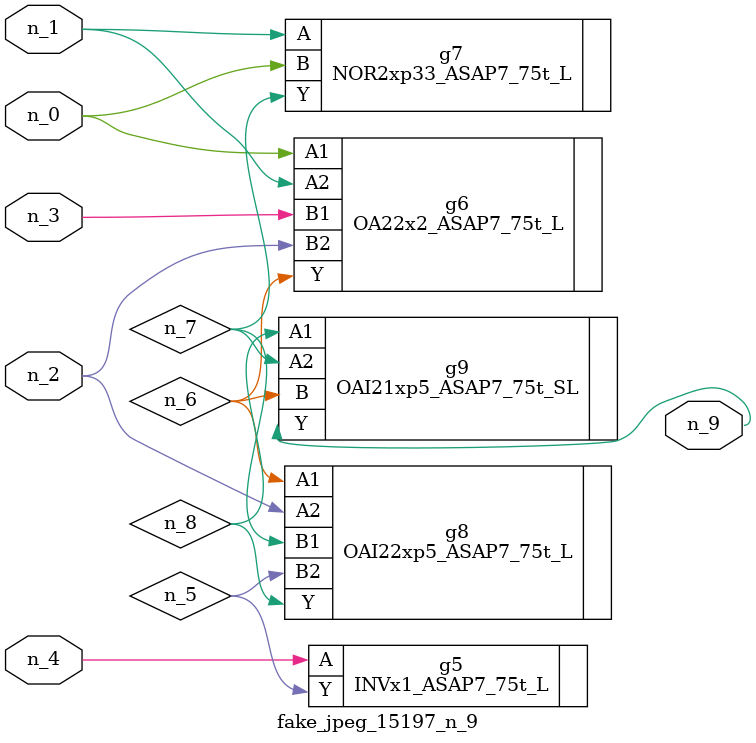
<source format=v>
module fake_jpeg_15197_n_9 (n_3, n_2, n_1, n_0, n_4, n_9);

input n_3;
input n_2;
input n_1;
input n_0;
input n_4;

output n_9;

wire n_8;
wire n_6;
wire n_5;
wire n_7;

INVx1_ASAP7_75t_L g5 ( 
.A(n_4),
.Y(n_5)
);

OA22x2_ASAP7_75t_L g6 ( 
.A1(n_0),
.A2(n_1),
.B1(n_3),
.B2(n_2),
.Y(n_6)
);

NOR2xp33_ASAP7_75t_L g7 ( 
.A(n_1),
.B(n_0),
.Y(n_7)
);

OAI22xp5_ASAP7_75t_L g8 ( 
.A1(n_6),
.A2(n_2),
.B1(n_7),
.B2(n_5),
.Y(n_8)
);

OAI21xp5_ASAP7_75t_SL g9 ( 
.A1(n_8),
.A2(n_7),
.B(n_6),
.Y(n_9)
);


endmodule
</source>
